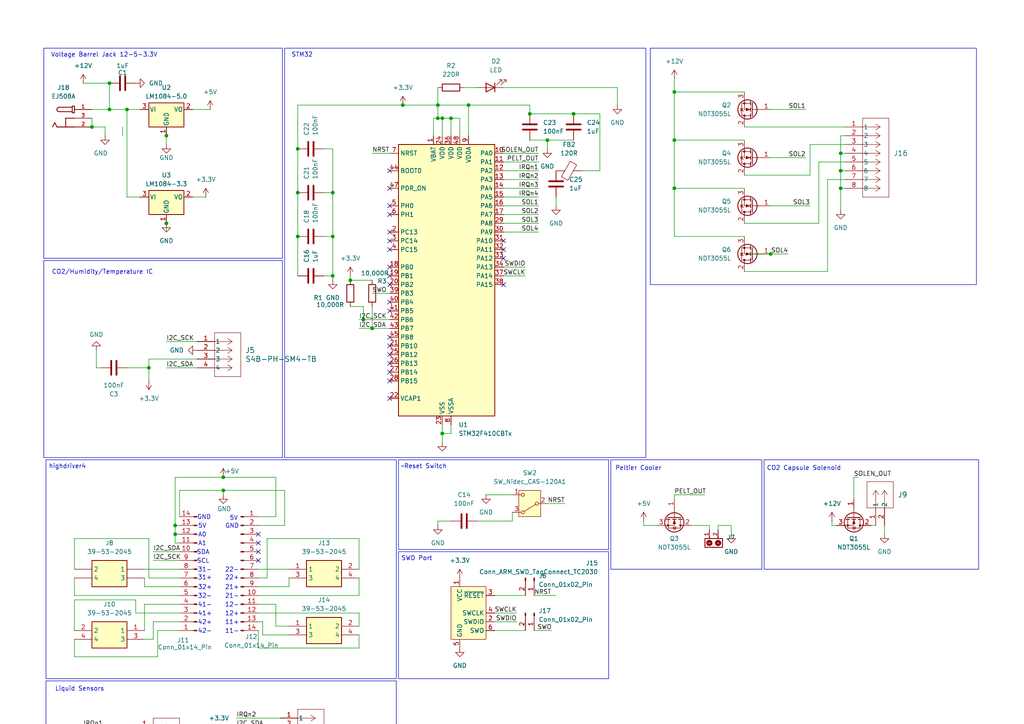
<source format=kicad_sch>
(kicad_sch (version 20231120) (generator "eeschema") (generator_version "8.0")
  (paper "A4")
  (junction (at 127 30.48))
  (junction (at 81.28 223.52))
  (junction (at 96.52 80.01))
  (junction (at 48.26 64.77))
  (junction (at 101.6 81.28))
  (junction (at 86.36 68.58))
  (junction (at 50.8 154.94))
  (junction (at 166.37 33.02))
  (junction (at 86.36 55.88))
  (junction (at 96.52 68.58))
  (junction (at 153.67 33.02))
  (junction (at 130.81 34.29))
  (junction (at 243.84 44.45))
  (junction (at 128.27 34.29))
  (junction (at 39.37 226.06))
  (junction (at 43.18 106.68))
  (junction (at 195.58 54.61))
  (junction (at 195.58 26.67))
  (junction (at 50.8 152.4))
  (junction (at 86.36 43.18))
  (junction (at 31.75 24.13))
  (junction (at 128.27 125.73))
  (junction (at 39.37 260.35))
  (junction (at 158.75 40.64))
  (junction (at 31.75 31.75))
  (junction (at 82.55 259.08))
  (junction (at 107.95 95.25))
  (junction (at 36.83 31.75))
  (junction (at 127 34.29))
  (junction (at 243.84 49.53))
  (junction (at 243.84 54.61))
  (junction (at 48.26 39.37))
  (junction (at 64.77 138.43))
  (junction (at 116.84 30.48))
  (junction (at 223.52 73.66))
  (junction (at 135.89 30.48))
  (junction (at 195.58 40.64))
  (junction (at 64.77 142.24))
  (junction (at 96.52 55.88))
  (junction (at 105.41 92.71))
  (junction (at 26.67 36.83))
  (no_connect (at 113.03 67.31))
  (no_connect (at 113.03 82.55))
  (no_connect (at 113.03 59.69))
  (no_connect (at 74.93 162.56))
  (no_connect (at 113.03 110.49))
  (no_connect (at 74.93 157.48))
  (no_connect (at 146.05 82.55))
  (no_connect (at 74.93 154.94))
  (no_connect (at 113.03 87.63))
  (no_connect (at 113.03 105.41))
  (no_connect (at 113.03 72.39))
  (no_connect (at 113.03 77.47))
  (no_connect (at 113.03 62.23))
  (no_connect (at 113.03 69.85))
  (no_connect (at 146.05 69.85))
  (no_connect (at 39.37 223.52))
  (no_connect (at 113.03 54.61))
  (no_connect (at 113.03 107.95))
  (no_connect (at 113.03 49.53))
  (no_connect (at 146.05 72.39))
  (no_connect (at 113.03 115.57))
  (no_connect (at 81.28 220.98))
  (no_connect (at 113.03 100.33))
  (no_connect (at 113.03 90.17))
  (no_connect (at 146.05 74.93))
  (no_connect (at 82.55 256.54))
  (no_connect (at 113.03 102.87))
  (no_connect (at 113.03 97.79))
  (no_connect (at 113.03 80.01))
  (no_connect (at 39.37 257.81))
  (no_connect (at 74.93 160.02))
  (wire (pts (xy 80.01 181.61) (xy 83.82 181.61)))
  (wire (pts (xy 127 34.29) (xy 128.27 34.29)))
  (wire (pts (xy 130.81 34.29) (xy 133.35 34.29)))
  (wire (pts (xy 153.67 33.02) (xy 166.37 33.02)))
  (wire (pts (xy 36.83 57.15) (xy 40.64 57.15)))
  (wire (pts (xy 217.17 73.66) (xy 223.52 73.66)))
  (wire (pts (xy 138.43 151.13) (xy 148.59 151.13)))
  (wire (pts (xy 127 152.4) (xy 127 151.13)))
  (wire (pts (xy 254 152.4) (xy 252.73 152.4)))
  (wire (pts (xy 140.97 143.51) (xy 148.59 143.51)))
  (wire (pts (xy 50.8 138.43) (xy 64.77 138.43)))
  (wire (pts (xy 243.84 54.61) (xy 243.84 49.53)))
  (wire (pts (xy 152.4 80.01) (xy 146.05 80.01)))
  (wire (pts (xy 26.67 247.65) (xy 39.37 247.65)))
  (wire (pts (xy 21.59 156.21) (xy 21.59 165.1)))
  (wire (pts (xy 35.56 39.37) (xy 35.56 36.83)))
  (wire (pts (xy 156.21 52.07) (xy 146.05 52.07)))
  (wire (pts (xy 146.05 49.53) (xy 156.21 49.53)))
  (wire (pts (xy 69.85 215.9) (xy 69.85 222.25)))
  (wire (pts (xy 156.21 62.23) (xy 146.05 62.23)))
  (wire (pts (xy 21.59 190.5) (xy 21.59 185.42)))
  (wire (pts (xy 128.27 128.27) (xy 128.27 125.73)))
  (wire (pts (xy 76.2 184.15) (xy 83.82 184.15)))
  (wire (pts (xy 26.67 36.83) (xy 30.48 36.83)))
  (wire (pts (xy 39.37 255.27) (xy 30.48 255.27)))
  (wire (pts (xy 44.45 180.34) (xy 44.45 185.42)))
  (wire (pts (xy 116.84 30.48) (xy 127 30.48)))
  (wire (pts (xy 243.84 49.53) (xy 243.84 44.45)))
  (wire (pts (xy 133.35 34.29) (xy 133.35 39.37)))
  (wire (pts (xy 43.18 106.68) (xy 43.18 104.14)))
  (wire (pts (xy 44.45 160.02) (xy 52.07 160.02)))
  (wire (pts (xy 96.52 81.28) (xy 96.52 80.01)))
  (wire (pts (xy 52.07 175.26) (xy 41.91 175.26)))
  (wire (pts (xy 179.07 25.4) (xy 146.05 25.4)))
  (wire (pts (xy 31.75 24.13) (xy 31.75 31.75)))
  (wire (pts (xy 166.37 33.02) (xy 173.99 33.02)))
  (wire (pts (xy 195.58 54.61) (xy 215.9 54.61)))
  (wire (pts (xy 21.59 173.99) (xy 21.59 182.88)))
  (wire (pts (xy 74.93 149.86) (xy 80.01 149.86)))
  (wire (pts (xy 107.95 85.09) (xy 113.03 85.09)))
  (wire (pts (xy 82.55 152.4) (xy 82.55 142.24)))
  (wire (pts (xy 50.8 138.43) (xy 50.8 152.4)))
  (wire (pts (xy 36.83 31.75) (xy 40.64 31.75)))
  (wire (pts (xy 161.29 59.69) (xy 161.29 57.15)))
  (wire (pts (xy 135.89 30.48) (xy 153.67 30.48)))
  (wire (pts (xy 27.94 220.98) (xy 39.37 220.98)))
  (wire (pts (xy 24.13 210.82) (xy 39.37 210.82)))
  (wire (pts (xy 43.18 106.68) (xy 36.83 106.68)))
  (wire (pts (xy 26.67 34.29) (xy 26.67 36.83)))
  (wire (pts (xy 45.72 182.88) (xy 45.72 190.5)))
  (wire (pts (xy 127 30.48) (xy 135.89 30.48)))
  (wire (pts (xy 195.58 40.64) (xy 215.9 40.64)))
  (wire (pts (xy 104.14 156.21) (xy 104.14 165.1)))
  (wire (pts (xy 69.85 215.9) (xy 81.28 215.9)))
  (wire (pts (xy 200.66 152.4) (xy 205.74 152.4)))
  (wire (pts (xy 80.01 175.26) (xy 80.01 181.61)))
  (wire (pts (xy 82.55 254) (xy 73.66 254)))
  (wire (pts (xy 149.86 180.34) (xy 143.51 180.34)))
  (wire (pts (xy 69.85 246.38) (xy 82.55 246.38)))
  (wire (pts (xy 96.52 43.18) (xy 93.98 43.18)))
  (wire (pts (xy 68.58 208.28) (xy 81.28 208.28)))
  (wire (pts (xy 86.36 55.88) (xy 86.36 43.18)))
  (wire (pts (xy 25.4 218.44) (xy 39.37 218.44)))
  (wire (pts (xy 71.12 251.46) (xy 82.55 251.46)))
  (wire (pts (xy 64.77 143.51) (xy 64.77 142.24)))
  (wire (pts (xy 55.88 31.75) (xy 60.96 31.75)))
  (wire (pts (xy 83.82 170.18) (xy 83.82 167.64)))
  (wire (pts (xy 241.3 151.13) (xy 241.3 152.4)))
  (wire (pts (xy 39.37 226.06) (xy 39.37 228.6)))
  (wire (pts (xy 25.4 218.44) (xy 25.4 224.79)))
  (wire (pts (xy 208.28 152.4) (xy 212.09 152.4)))
  (wire (pts (xy 247.65 138.43) (xy 247.65 144.78)))
  (wire (pts (xy 26.67 245.11) (xy 39.37 245.11)))
  (wire (pts (xy 128.27 125.73) (xy 130.81 125.73)))
  (wire (pts (xy 237.49 46.99) (xy 245.11 46.99)))
  (wire (pts (xy 68.58 210.82) (xy 81.28 210.82)))
  (wire (pts (xy 156.21 44.45) (xy 146.05 44.45)))
  (wire (pts (xy 39.37 173.99) (xy 21.59 173.99)))
  (wire (pts (xy 149.86 177.8) (xy 143.51 177.8)))
  (wire (pts (xy 43.18 156.21) (xy 21.59 156.21)))
  (wire (pts (xy 101.6 81.28) (xy 107.95 81.28)))
  (wire (pts (xy 50.8 152.4) (xy 50.8 154.94)))
  (wire (pts (xy 104.14 92.71) (xy 105.41 92.71)))
  (wire (pts (xy 81.28 218.44) (xy 72.39 218.44)))
  (wire (pts (xy 248.92 138.43) (xy 247.65 138.43)))
  (wire (pts (xy 205.74 152.4) (xy 205.74 153.67)))
  (wire (pts (xy 96.52 68.58) (xy 93.98 68.58)))
  (wire (pts (xy 24.13 24.13) (xy 31.75 24.13)))
  (wire (pts (xy 45.72 190.5) (xy 21.59 190.5)))
  (wire (pts (xy 74.93 187.96) (xy 74.93 182.88)))
  (wire (pts (xy 160.02 182.88) (xy 154.94 182.88)))
  (wire (pts (xy 233.68 45.72) (xy 223.52 45.72)))
  (wire (pts (xy 31.75 31.75) (xy 36.83 31.75)))
  (wire (pts (xy 128.27 123.19) (xy 128.27 125.73)))
  (wire (pts (xy 135.89 30.48) (xy 135.89 39.37)))
  (wire (pts (xy 158.75 43.18) (xy 158.75 40.64)))
  (wire (pts (xy 234.95 41.91) (xy 245.11 41.91)))
  (wire (pts (xy 86.36 80.01) (xy 86.36 68.58)))
  (wire (pts (xy 74.93 170.18) (xy 83.82 170.18)))
  (wire (pts (xy 44.45 185.42) (xy 41.91 185.42)))
  (wire (pts (xy 27.94 101.6) (xy 27.94 106.68)))
  (wire (pts (xy 64.77 138.43) (xy 80.01 138.43)))
  (wire (pts (xy 195.58 143.51) (xy 195.58 144.78)))
  (wire (pts (xy 52.07 165.1) (xy 41.91 165.1)))
  (wire (pts (xy 27.94 252.73) (xy 27.94 259.08)))
  (wire (pts (xy 212.09 154.94) (xy 212.09 152.4)))
  (wire (pts (xy 39.37 177.8) (xy 39.37 173.99)))
  (wire (pts (xy 243.84 60.96) (xy 243.84 54.61)))
  (wire (pts (xy 195.58 26.67) (xy 195.58 40.64)))
  (wire (pts (xy 52.07 142.24) (xy 64.77 142.24)))
  (wire (pts (xy 143.51 182.88) (xy 152.4 182.88)))
  (wire (pts (xy 223.52 73.66) (xy 228.6 73.66)))
  (wire (pts (xy 204.47 143.51) (xy 195.58 143.51)))
  (wire (pts (xy 64.77 248.92) (xy 82.55 248.92)))
  (wire (pts (xy 234.95 50.8) (xy 234.95 41.91)))
  (wire (pts (xy 74.93 175.26) (xy 80.01 175.26)))
  (wire (pts (xy 52.07 154.94) (xy 50.8 154.94)))
  (wire (pts (xy 104.14 177.8) (xy 104.14 181.61)))
  (wire (pts (xy 130.81 34.29) (xy 130.81 39.37)))
  (wire (pts (xy 71.12 251.46) (xy 71.12 257.81)))
  (wire (pts (xy 27.94 106.68) (xy 29.21 106.68)))
  (wire (pts (xy 143.51 172.72) (xy 152.4 172.72)))
  (wire (pts (xy 104.14 167.64) (xy 104.14 172.72)))
  (wire (pts (xy 86.36 30.48) (xy 116.84 30.48)))
  (wire (pts (xy 77.47 167.64) (xy 77.47 156.21)))
  (wire (pts (xy 243.84 44.45) (xy 243.84 39.37)))
  (wire (pts (xy 128.27 34.29) (xy 130.81 34.29)))
  (wire (pts (xy 96.52 55.88) (xy 96.52 43.18)))
  (wire (pts (xy 74.93 167.64) (xy 77.47 167.64)))
  (wire (pts (xy 163.83 146.05) (xy 158.75 146.05)))
  (wire (pts (xy 105.41 92.71) (xy 113.03 92.71)))
  (wire (pts (xy 50.8 154.94) (xy 50.8 157.48)))
  (wire (pts (xy 41.91 170.18) (xy 41.91 167.64)))
  (wire (pts (xy 240.03 52.07) (xy 245.11 52.07)))
  (wire (pts (xy 105.41 88.9) (xy 105.41 92.71)))
  (wire (pts (xy 156.21 67.31) (xy 146.05 67.31)))
  (wire (pts (xy 74.93 152.4) (xy 82.55 152.4)))
  (wire (pts (xy 96.52 55.88) (xy 93.98 55.88)))
  (wire (pts (xy 48.26 39.37) (xy 48.26 41.91)))
  (wire (pts (xy 76.2 180.34) (xy 74.93 180.34)))
  (wire (pts (xy 153.67 30.48) (xy 153.67 33.02)))
  (wire (pts (xy 104.14 95.25) (xy 107.95 95.25)))
  (wire (pts (xy 208.28 153.67) (xy 208.28 152.4)))
  (wire (pts (xy 240.03 78.74) (xy 240.03 52.07)))
  (wire (pts (xy 64.77 142.24) (xy 82.55 142.24)))
  (wire (pts (xy 237.49 64.77) (xy 237.49 46.99)))
  (wire (pts (xy 76.2 184.15) (xy 76.2 180.34)))
  (wire (pts (xy 156.21 46.99) (xy 146.05 46.99)))
  (wire (pts (xy 52.07 149.86) (xy 52.07 142.24)))
  (wire (pts (xy 77.47 156.21) (xy 104.14 156.21)))
  (wire (pts (xy 74.93 172.72) (xy 104.14 172.72)))
  (wire (pts (xy 156.21 64.77) (xy 146.05 64.77)))
  (wire (pts (xy 186.69 151.13) (xy 186.69 152.4)))
  (wire (pts (xy 36.83 226.06) (xy 39.37 226.06)))
  (wire (pts (xy 130.81 123.19) (xy 130.81 125.73)))
  (wire (pts (xy 195.58 22.86) (xy 195.58 26.67)))
  (wire (pts (xy 223.52 59.69) (xy 234.95 59.69)))
  (wire (pts (xy 52.07 180.34) (xy 44.45 180.34)))
  (wire (pts (xy 80.01 138.43) (xy 80.01 149.86)))
  (wire (pts (xy 128.27 34.29) (xy 128.27 39.37)))
  (wire (pts (xy 104.14 184.15) (xy 104.14 187.96)))
  (wire (pts (xy 24.13 213.36) (xy 39.37 213.36)))
  (wire (pts (xy 52.07 167.64) (xy 43.18 167.64)))
  (wire (pts (xy 43.18 167.64) (xy 43.18 156.21)))
  (wire (pts (xy 27.94 252.73) (xy 39.37 252.73)))
  (wire (pts (xy 26.67 31.75) (xy 31.75 31.75)))
  (wire (pts (xy 82.55 259.08) (xy 82.55 261.62)))
  (wire (pts (xy 134.62 25.4) (xy 138.43 25.4)))
  (wire (pts (xy 86.36 68.58) (xy 86.36 55.88)))
  (wire (pts (xy 156.21 57.15) (xy 146.05 57.15)))
  (wire (pts (xy 173.99 33.02) (xy 173.99 49.53)))
  (wire (pts (xy 52.07 177.8) (xy 39.37 177.8)))
  (wire (pts (xy 55.88 57.15) (xy 59.69 57.15)))
  (wire (pts (xy 125.73 34.29) (xy 127 34.29)))
  (wire (pts (xy 173.99 49.53) (xy 168.91 49.53)))
  (wire (pts (xy 215.9 64.77) (xy 237.49 64.77)))
  (wire (pts (xy 36.83 31.75) (xy 36.83 57.15)))
  (wire (pts (xy 127 30.48) (xy 127 34.29)))
  (wire (pts (xy 52.07 152.4) (xy 50.8 152.4)))
  (wire (pts (xy 127 25.4) (xy 127 30.48)))
  (wire (pts (xy 179.07 30.48) (xy 179.07 25.4)))
  (wire (pts (xy 81.28 223.52) (xy 81.28 226.06)))
  (wire (pts (xy 101.6 80.01) (xy 101.6 81.28)))
  (wire (pts (xy 48.26 99.06) (xy 57.15 99.06)))
  (wire (pts (xy 152.4 77.47) (xy 146.05 77.47)))
  (wire (pts (xy 241.3 152.4) (xy 242.57 152.4)))
  (wire (pts (xy 127 151.13) (xy 130.81 151.13)))
  (wire (pts (xy 101.6 88.9) (xy 105.41 88.9)))
  (wire (pts (xy 195.58 54.61) (xy 195.58 68.58)))
  (wire (pts (xy 156.21 59.69) (xy 146.05 59.69)))
  (wire (pts (xy 96.52 80.01) (xy 96.52 68.58)))
  (wire (pts (xy 74.93 177.8) (xy 104.14 177.8)))
  (wire (pts (xy 43.18 110.49) (xy 43.18 106.68)))
  (wire (pts (xy 153.67 40.64) (xy 158.75 40.64)))
  (wire (pts (xy 243.84 54.61) (xy 245.11 54.61)))
  (wire (pts (xy 93.98 80.01) (xy 96.52 80.01)))
  (wire (pts (xy 57.15 104.14) (xy 43.18 104.14)))
  (wire (pts (xy 74.93 165.1) (xy 83.82 165.1)))
  (wire (pts (xy 243.84 39.37) (xy 245.11 39.37)))
  (wire (pts (xy 156.21 54.61) (xy 146.05 54.61)))
  (wire (pts (xy 107.95 44.45) (xy 113.03 44.45)))
  (wire (pts (xy 243.84 49.53) (xy 245.11 49.53)))
  (wire (pts (xy 30.48 36.83) (xy 30.48 39.37)))
  (wire (pts (xy 41.91 175.26) (xy 41.91 182.88)))
  (wire (pts (xy 39.37 260.35) (xy 39.37 262.89)))
  (wire (pts (xy 48.26 106.68) (xy 57.15 106.68)))
  (wire (pts (xy 243.84 44.45) (xy 245.11 44.45)))
  (wire (pts (xy 195.58 68.58) (xy 215.9 68.58)))
  (wire (pts (xy 215.9 50.8) (xy 234.95 50.8)))
  (wire (pts (xy 96.52 68.58) (xy 96.52 55.88)))
  (wire (pts (xy 21.59 250.19) (xy 39.37 250.19)))
  (wire (pts (xy 125.73 34.29) (xy 125.73 39.37)))
  (wire (pts (xy 48.26 67.31) (xy 48.26 64.77)))
  (wire (pts (xy 154.94 172.72) (xy 161.29 172.72)))
  (wire (pts (xy 52.07 157.48) (xy 50.8 157.48)))
  (wire (pts (xy 256.54 152.4) (xy 256.54 154.94)))
  (wire (pts (xy 52.07 182.88) (xy 45.72 182.88)))
  (wire (pts (xy 48.26 38.1) (xy 48.26 39.37)))
  (wire (pts (xy 215.9 36.83) (xy 245.11 36.83)))
  (wire (pts (xy 233.68 31.75) (xy 223.52 31.75)))
  (wire (pts (xy 74.93 187.96) (xy 104.14 187.96)))
  (wire (pts (xy 186.69 152.4) (xy 190.5 152.4)))
  (wire (pts (xy 107.95 95.25) (xy 113.03 95.25)))
  (wire (pts (xy 195.58 40.64) (xy 195.58 54.61)))
  (wire (pts (xy 195.58 26.67) (xy 215.9 26.67)))
  (wire (pts (xy 69.85 243.84) (xy 82.55 243.84)))
  (wire (pts (xy 19.05 215.9) (xy 39.37 215.9)))
  (wire (pts (xy 148.59 151.13) (xy 148.59 148.59)))
  (wire (pts (xy 215.9 78.74) (xy 240.03 78.74)))
  (wire (pts (xy 63.5 213.36) (xy 81.28 213.36)))
  (wire (pts (xy 52.07 170.18) (xy 41.91 170.18)))
  (wire (pts (xy 86.36 43.18) (xy 86.36 30.48)))
  (wire (pts (xy 21.59 172.72) (xy 21.59 167.64)))
  (wire (pts (xy 44.45 162.56) (xy 52.07 162.56)))
  (wire (pts (xy 107.95 88.9) (xy 107.95 95.25)))
  (wire (pts (xy 52.07 172.72) (xy 21.59 172.72)))
  (wire (pts (xy 158.75 40.64) (xy 166.37 40.64)))
  (rectangle (start 115.57 133.35) (end 176.53 159.385))
  (rectangle (start 177.165 133.35) (end 220.98 165.1))
  (rectangle (start 12.7 75.565) (end 81.915 132.715))
  (rectangle (start 221.615 133.35) (end 283.845 165.1))
  (rectangle (start 82.55 13.97) (end 187.325 132.715))
  (rectangle (start 188.595 13.97) (end 283.21 82.55))
  (rectangle (start 12.7 13.97) (end 81.915 74.93))
  (rectangle (start 13.335 133.35) (end 114.935 196.85))
  (rectangle (start 13.335 197.485) (end 114.935 268.605))
  (rectangle (start 115.57 160.02) (end 176.53 196.85))
  (text "Voltage Barrel Jack 12-5-3.3V" (at 30.226 16.002 0) (effects (font (size 1.27 1.27))))
  (text "21+" (at 67.31 170.434 0) (effects (font (size 1.27 1.27))))
  (text "CO2/Humidity/Temperature IC" (at 29.718 78.994 0) (effects (font (size 1.27 1.27))))
  (text "41+" (at 59.436 178.054 0) (effects (font (size 1.27 1.27))))
  (text "Peltier Cooler" (at 185.166 135.89 0) (effects (font (size 1.27 1.27))))
  (text "31-" (at 59.436 165.354 0) (effects (font (size 1.27 1.27))))
  (text "SDA" (at 58.928 160.274 0) (effects (font (size 1.27 1.27))))
  (text "STM32" (at 87.63 16.002 0) (effects (font (size 1.27 1.27))))
  (text "SWD Port" (at 120.904 162.052 0) (effects (font (size 1.27 1.27))))
  (text "5V\n" (at 67.818 150.368 0) (effects (font (size 1.27 1.27))))
  (text "41-" (at 59.436 175.514 0) (effects (font (size 1.27 1.27))))
  (text "GND\n" (at 67.31 152.654 0) (effects (font (size 1.27 1.27))))
  (text "32-" (at 59.436 172.974 0) (effects (font (size 1.27 1.27))))
  (text "SCL" (at 58.928 162.814 0) (effects (font (size 1.27 1.27))))
  (text "42-" (at 59.436 183.134 0) (effects (font (size 1.27 1.27))))
  (text "Liquid Sensors" (at 23.114 199.898 0) (effects (font (size 1.27 1.27))))
  (text "11-" (at 67.31 183.134 0) (effects (font (size 1.27 1.27))))
  (text "22+" (at 67.31 167.64 0) (effects (font (size 1.27 1.27))))
  (text "highdriver4" (at 19.558 135.382 0) (effects (font (size 1.27 1.27))))
  (text "12-" (at 67.31 175.514 0) (effects (font (size 1.27 1.27))))
  (text "21-" (at 67.31 172.974 0) (effects (font (size 1.27 1.27))))
  (text "~Reset Switch" (at 122.936 135.382 0) (effects (font (size 1.27 1.27))))
  (text "5V\n" (at 58.674 152.654 0) (effects (font (size 1.27 1.27))))
  (text "32+" (at 59.436 170.434 0) (effects (font (size 1.27 1.27))))
  (text "22-" (at 67.31 165.354 0) (effects (font (size 1.27 1.27))))
  (text "A0" (at 58.674 155.194 0) (effects (font (size 1.27 1.27))))
  (text "CO2 Capsule Solenoid" (at 233.172 135.89 0) (effects (font (size 1.27 1.27))))
  (text "A1" (at 58.674 157.734 0) (effects (font (size 1.27 1.27))))
  (text "11+" (at 67.31 180.594 0) (effects (font (size 1.27 1.27))))
  (text "42+" (at 59.436 180.594 0) (effects (font (size 1.27 1.27))))
  (text "GND\n" (at 59.182 150.114 0) (effects (font (size 1.27 1.27))))
  (text "31+" (at 59.436 167.64 0) (effects (font (size 1.27 1.27))))
  (text "12+" (at 67.31 178.054 0) (effects (font (size 1.27 1.27))))
  (label "IRQn3" (at 156.21 54.61 180))
  (label "I2C_SCK" (at 30.48 255.27 0))
  (label "I2C_SDA" (at 26.67 247.65 0))
  (label "IRQn1" (at 24.13 210.82 0))
  (label "I2C_SCK" (at 44.45 162.56 0))
  (label "I2C_SCK" (at 27.94 220.98 0))
  (label "SOL4" (at 156.21 67.31 180))
  (label "SOL3" (at 156.21 64.77 180))
  (label "IRQn4" (at 156.21 57.15 180))
  (label "I2C_SDA" (at 48.26 106.68 0))
  (label "I2C_SDA" (at 24.13 213.36 0))
  (label "I2C_SDA" (at 69.85 246.38 0))
  (label "SWCLK" (at 152.4 80.01 180))
  (label "PELT_OUT" (at 195.58 143.51 0))
  (label "SOL1" (at 156.21 59.69 180))
  (label "I2C_SCK" (at 104.14 92.71 0))
  (label "NRST" (at 163.83 146.05 180))
  (label "SWDIO" (at 149.86 180.34 180))
  (label "SWO" (at 107.95 85.09 0))
  (label "SOLEN_OUT" (at 247.65 138.43 0))
  (label "SOL4" (at 228.6 73.66 180))
  (label "NRST" (at 107.95 44.45 0))
  (label "IRQn2" (at 156.21 52.07 180))
  (label "SWDIO" (at 152.4 77.47 180))
  (label "I2C_SDA" (at 68.58 210.82 0))
  (label "NRST" (at 154.94 172.72 0))
  (label "SOL2" (at 233.68 45.72 180))
  (label "I2C_SCK" (at 72.39 218.44 0))
  (label "IRQn2" (at 68.58 208.28 0))
  (label "SOL1" (at 233.68 31.75 180))
  (label "SWO" (at 160.02 182.88 180))
  (label "I2C_SCK" (at 73.66 254 0))
  (label "I2C_SCK" (at 48.26 99.06 0))
  (label "SOL2" (at 156.21 62.23 180))
  (label "SOLEN_OUT" (at 156.21 44.45 180))
  (label "PELT_OUT" (at 156.21 46.99 180))
  (label "SOL3" (at 234.95 59.69 180))
  (label "IRQn1" (at 156.21 49.53 180))
  (label "I2C_SDA" (at 104.14 95.25 0))
  (label "SWCLK" (at 149.86 177.8 180))
  (label "IRQn4" (at 69.85 243.84 0))
  (label "IRQn3" (at 26.67 245.11 0))
  (label "I2C_SDA" (at 44.45 160.02 0))
  (symbol (lib_id "1x08_connector_pinch_solenoid:IPL1-104-01-L-D-K") (at 245.11 36.83 0) (unit 1)
    (property "Reference" "J16" (at 259.08 44.4499 0) (effects (font (size 1.524 1.524)) (justify left)))
    (property "Value" "IPL1-104-01-L-D-K" (effects (hide yes)))
    (property "Footprint" "pinch_solenoid:CONN_IPL1-104-01-x-D-x_SAI" (effects (hide yes)))
    (property "Datasheet" "IPL1-104-01-L-D-K" (effects (hide yes)))
  )
  (symbol (lib_id "power:GND") (at 133.35 187.96 0) (unit 1)
    (property "Reference" "#PWR019" (effects (hide yes)))
    (property "Value" "GND" (at 133.35 193.04 0))
    (property "Description" "Power symbol creates a global label with name \"GND\" , ground" (effects (hide yes)))
  )
  (symbol (lib_id "Device:C") (at 90.17 80.01 90) (unit 1)
    (property "Reference" "C16" (at 88.8999 76.2 0) (effects (justify left)))
    (property "Value" "1uF" (at 91.4399 76.2 0) (effects (justify left)))
    (property "Footprint" "Capacitor_SMD:C_0402_1005Metric" (effects (hide yes)))
    (property "Description" "Unpolarized capacitor" (effects (hide yes)))
  )
  (symbol (lib_id "power:+3.3V") (at 21.59 250.19 0) (unit 1)
    (property "Reference" "#PWR01" (effects (hide yes)))
    (property "Value" "+3.3V" (at 21.59 245.11 0))
    (property "Description" "Power symbol creates a global label with name \"+3.3V\"" (effects (hide yes)))
  )
  (symbol (lib_id "power:GND") (at 81.28 223.52 270) (unit 1)
    (property "Reference" "#PWR047" (effects (hide yes)))
    (property "Value" "GND" (at 77.47 223.5199 90) (effects (justify right)))
    (property "Description" "Power symbol creates a global label with name \"GND\" , ground" (effects (hide yes)))
  )
  (symbol (lib_id "co2_sensor_molex_footprint:532610671") (at 39.37 245.11 0) (unit 1)
    (property "Reference" "J1" (at 53.34 252.7299 0) (effects (font (size 1.524 1.524)) (justify left)))
    (property "Value" "532610671" (at 53.594 255.524 0) (effects (font (size 1.524 1.524)) (justify left)))
    (property "Footprint" "co2_sensor_footprint:CON_532610671" (effects (hide yes)))
    (property "Datasheet" "532610671" (effects (hide yes)))
  )
  (symbol (lib_id "power:GND") (at 71.12 257.81 0) (unit 1)
    (property "Reference" "#PWR04" (effects (hide yes)))
    (property "Value" "GND" (at 71.12 262.89 0))
    (property "Description" "Power symbol creates a global label with name \"GND\" , ground" (effects (hide yes)))
  )
  (symbol (lib_id "Device:C") (at 166.37 36.83 0) (unit 1)
    (property "Reference" "C24" (at 170.18 35.5599 0) (effects (justify left)))
    (property "Value" "1uF" (at 170.18 38.0999 0) (effects (justify left)))
    (property "Footprint" "Capacitor_SMD:C_0402_1005Metric" (effects (hide yes)))
    (property "Description" "Unpolarized capacitor" (effects (hide yes)))
  )
  (symbol (lib_id "power:GND") (at 158.75 43.18 0) (unit 1)
    (property "Reference" "#PWR042" (effects (hide yes)))
    (property "Value" "GND" (at 158.75 48.26 0))
    (property "Description" "Power symbol creates a global label with name \"GND\" , ground" (effects (hide yes)))
  )
  (symbol (lib_id "1x02_connector_solenoid:IPL1-102-01-L-S-K") (at 254 152.4 90) (unit 1)
    (property "Reference" "J9" (at 260.35 143.5099 90) (effects (font (size 1.524 1.524)) (justify right)))
    (property "Value" "IPL1-102-01-L-S-K" (effects (hide yes)))
    (property "Footprint" "solenoid_footprint:CONN_IPL1-102-01-L-S-K_SAI" (effects (hide yes)))
    (property "Datasheet" "IPL1-102-01-L-S-K" (effects (hide yes)))
  )
  (symbol (lib_id "Connector:Conn_01x02_Pin") (at 154.94 177.8 270) (unit 1)
    (property "Reference" "J17" (at 156.21 177.1649 90) (effects (justify left)))
    (property "Value" "Conn_01x02_Pin" (at 156.21 179.7049 90) (effects (justify left)))
    (property "Footprint" "Connector_PinHeader_2.00mm:PinHeader_1x02_P2.00mm_Vertical" (effects (hide yes)))
    (property "Description" "Generic connector, single row, 01x02, script generated" (effects (hide yes)))
  )
  (symbol (lib_id "power:+12V") (at 24.13 24.13 0) (unit 1)
    (property "Reference" "#PWR028" (effects (hide yes)))
    (property "Value" "+12V" (at 24.13 19.05 0))
    (property "Description" "Power symbol creates a global label with name \"+12V\"" (effects (hide yes)))
  )
  (symbol (lib_id "power:+5V") (at 186.69 151.13 0) (unit 1)
    (property "Reference" "#PWR012" (effects (hide yes)))
    (property "Value" "+5V" (at 186.69 146.05 0))
    (property "Description" "Power symbol creates a global label with name \"+5V\"" (effects (hide yes)))
  )
  (symbol (lib_id "power:GND") (at 57.15 101.6 270) (unit 1)
    (property "Reference" "#PWR010" (effects (hide yes)))
    (property "Value" "GND" (at 53.34 101.5999 90) (effects (justify right)))
    (property "Description" "Power symbol creates a global label with name \"GND\" , ground" (effects (hide yes)))
  )
  (symbol (lib_id "power:GND") (at 179.07 30.48 0) (unit 1)
    (property "Reference" "#PWR041" (effects (hide yes)))
    (property "Value" "GND" (at 179.07 35.56 0))
    (property "Description" "Power symbol creates a global label with name \"GND\" , ground" (effects (hide yes)))
  )
  (symbol (lib_id "Transistor_FET:NDT3055L") (at 218.44 73.66 180) (unit 1)
    (property "Reference" "Q6" (at 212.09 72.3899 0) (effects (justify left)))
    (property "Value" "NDT3055L" (at 212.09 74.9299 0) (effects (justify left)))
    (property "Footprint" "Package_TO_SOT_SMD:SOT-223-3_TabPin2" (effects (hide yes)))
    (property "Datasheet" "https://www.onsemi.com/pdf/datasheet/ndt3055l-d.pdf" (effects (hide yes)))
    (property "Description" "4A Id, 60V Vds, N-Channel Logic Level Enhancement Mode MOSFET, SOT-223" (effects (hide yes)))
  )
  (symbol (lib_id "Device:C") (at 33.02 106.68 270) (unit 1)
    (property "Reference" "C3" (at 33.02 114.3 90))
    (property "Value" "100nF" (at 33.02 111.76 90))
    (property "Footprint" "Capacitor_SMD:C_0402_1005Metric" (effects (hide yes)))
    (property "Description" "Unpolarized capacitor" (effects (hide yes)))
  )
  (symbol (lib_id "barrel_jack_EJ508A:EJ508A") (at 21.59 34.29 0) (unit 1)
    (property "Reference" "J18" (at 18.415 25.4 0))
    (property "Value" "EJ508A" (at 18.415 27.94 0))
    (property "Footprint" "barrel_jack_EJ508A:MPD_EJ508A" (effects (hide yes)))
    (property "PARTREV" "J" (effects (hide yes)))
    (property "STANDARD" "Manufacturer Recommendations" (effects (hide yes)))
    (property "MAXIMUM_PACKAGE_HEIGHT" "10.85 mm" (effects (hide yes)))
    (property "MANUFACTURER" "MPD" (effects (hide yes)))
  )
  (symbol (lib_id "power:+3.3V") (at 59.69 57.15 0) (unit 1)
    (property "Reference" "#PWR023" (effects (hide yes)))
    (property "Value" "+3.3V" (at 59.69 52.07 0))
    (property "Description" "Power symbol creates a global label with name \"+3.3V\"" (effects (hide yes)))
  )
  (symbol (lib_id "co2_sensor_molex_footprint:532610671") (at 82.55 243.84 0) (unit 1)
    (property "Reference" "J2" (at 96.52 251.4599 0) (effects (font (size 1.524 1.524)) (justify left)))
    (property "Value" "532610671" (at 96.774 254.254 0) (effects (font (size 1.524 1.524)) (justify left)))
    (property "Footprint" "co2_sensor_footprint:CON_532610671" (effects (hide yes)))
    (property "Datasheet" "532610671" (effects (hide yes)))
  )
  (symbol (lib_id "MCU_ST_STM32F4:STM32F410CBTx") (at 128.27 82.55 0) (unit 1)
    (property "Reference" "U1" (at 133.0041 123.19 0) (effects (justify left)))
    (property "Value" "STM32F410CBTx" (at 133.0041 125.73 0) (effects (justify left)))
    (property "Footprint" "Package_QFP:LQFP-48_7x7mm_P0.5mm" (effects (hide yes)))
    (property "Datasheet" "https://www.st.com/resource/en/datasheet/stm32f410cb.pdf" (effects (hide yes)))
    (property "Description" "STMicroelectronics Arm Cortex-M4 MCU, 128KB flash, 32KB RAM, 100 MHz, 1.7-3.6V, 35 GPIO, LQFP48" (effects (hide yes)))
  )
  (symbol (lib_id "Device:FerriteBead") (at 165.1 49.53 90) (unit 1)
    (property "Reference" "FB2" (at 165.0492 41.91 90))
    (property "Value" "120R" (at 165.0492 44.45 90))
    (property "Footprint" "Inductor_SMD:L_0603_1608Metric" (effects (hide yes)))
    (property "Description" "Ferrite bead" (effects (hide yes)))
  )
  (symbol (lib_id "Device:C") (at 90.17 43.18 90) (unit 1)
    (property "Reference" "C22" (at 88.8999 39.37 0) (effects (justify left)))
    (property "Value" "100nF" (at 91.4399 39.37 0) (effects (justify left)))
    (property "Footprint" "Capacitor_SMD:C_0402_1005Metric" (effects (hide yes)))
    (property "Description" "Unpolarized capacitor" (effects (hide yes)))
  )
  (symbol (lib_id "power:GND") (at 82.55 259.08 270) (unit 1)
    (property "Reference" "#PWR045" (effects (hide yes)))
    (property "Value" "GND" (at 78.74 259.0799 90) (effects (justify right)))
    (property "Description" "Power symbol creates a global label with name \"GND\" , ground" (effects (hide yes)))
  )
  (symbol (lib_id "power:GND") (at 69.85 222.25 0) (unit 1)
    (property "Reference" "#PWR08" (effects (hide yes)))
    (property "Value" "GND" (at 69.85 227.33 0))
    (property "Description" "Power symbol creates a global label with name \"GND\" , ground" (effects (hide yes)))
  )
  (symbol (lib_id "Connector:Conn_ARM_SWD_TagConnect_TC2030") (at 135.89 177.8 0) (unit 1) (in_bom no)
    (property "Reference" "J15" (at 173.482 163.322 0) (effects (justify right)))
    (property "Value" "Conn_ARM_SWD_TagConnect_TC2030" (at 173.482 165.862 0) (effects (justify right)))
    (property "Footprint" "Connector:Tag-Connect_TC2030-IDC-FP_2x03_P1.27mm_Vertical" (effects (hide yes)))
    (property "Datasheet" "https://www.tag-connect.com/wp-content/uploads/bsk-pdf-manager/TC2030-CTX_1.pdf" (effects (hide yes)))
    (property "Description" "Tag-Connect ARM Cortex SWD JTAG connector, 6 pin" (effects (hide yes)))
  )
  (symbol (lib_id "Device:C") (at 35.56 24.13 90) (unit 1)
    (property "Reference" "C1" (at 35.56 21.082 90))
    (property "Value" "1uF" (at 35.56 19.05 90))
    (property "Footprint" "Capacitor_SMD:C_0402_1005Metric" (effects (hide yes)))
    (property "Description" "Unpolarized capacitor" (effects (hide yes)))
  )
  (symbol (lib_id "Connector:Conn_01x02_Pin") (at 154.94 167.64 270) (unit 1)
    (property "Reference" "J6" (at 156.21 167.0049 90) (effects (justify left)))
    (property "Value" "Conn_01x02_Pin" (at 156.21 169.5449 90) (effects (justify left)))
    (property "Footprint" "Connector_PinHeader_2.00mm:PinHeader_1x02_P2.00mm_Vertical" (effects (hide yes)))
    (property "Description" "Generic connector, single row, 01x02, script generated" (effects (hide yes)))
  )
  (symbol (lib_id "Device:C") (at 134.62 151.13 90) (unit 1)
    (property "Reference" "C14" (at 134.62 143.51 90))
    (property "Value" "100nF" (at 134.62 146.05 90))
    (property "Footprint" "Capacitor_SMD:C_0402_1005Metric" (effects (hide yes)))
    (property "Description" "Unpolarized capacitor" (effects (hide yes)))
  )
  (symbol (lib_id "power:GND") (at 25.4 224.79 0) (unit 1)
    (property "Reference" "#PWR06" (effects (hide yes)))
    (property "Value" "GND" (at 25.4 229.87 0))
    (property "Description" "Power symbol creates a global label with name \"GND\" , ground" (effects (hide yes)))
  )
  (symbol (lib_id "microfluid_connector:39-53-2045") (at 104.14 165.1 0) (mirror y) (unit 1)
    (property "Reference" "J13" (at 93.98 157.48 0))
    (property "Value" "39-53-2045" (at 93.98 160.02 0))
    (property "Footprint" "microfluidics:39532045" (effects (hide yes)))
    (property "Datasheet" "https://www.molex.com/content/dam/molex/molex-dot-com/products/automated/en-us/salesdrawingpdf/559/5597/039532045_sd.pdf?inline" (effects (hide yes)))
    (property "Description" "Molex FFC/FPC THROUGH HOLE Series 1.25mm Pitch 4 Way 1 Row Straight Through Hole Female FPC Connector" (effects (hide yes)))
    (property "Height" "10" (effects (hide yes)))
    (property "Mouser Part Number" "538-39532045" (effects (hide yes)))
    (property "Mouser Price/Stock" "https://www.mouser.co.uk/ProductDetail/Molex/39-53-2045?qs=SuPW8U%252B1b0w09bXfTbBfbA%3D%3D" (effects (hide yes)))
    (property "Manufacturer_Name" "Molex" (effects (hide yes)))
    (property "Manufacturer_Part_Number" "39-53-2045" (effects (hide yes)))
  )
  (symbol (lib_id "power:GND") (at 39.37 24.13 90) (unit 1)
    (property "Reference" "#PWR09" (effects (hide yes)))
    (property "Value" "GND" (at 43.18 24.1299 90) (effects (justify right)))
    (property "Description" "Power symbol creates a global label with name \"GND\" , ground" (effects (hide yes)))
  )
  (symbol (lib_id "power:GND") (at 64.77 143.51 0) (unit 1)
    (property "Reference" "#PWR017" (effects (hide yes)))
    (property "Value" "GND" (at 65.024 147.574 0))
    (property "Description" "Power symbol creates a global label with name \"GND\" , ground" (effects (hide yes)))
  )
  (symbol (lib_id "power:+3.3V") (at 19.05 215.9 0) (unit 1)
    (property "Reference" "#PWR05" (effects (hide yes)))
    (property "Value" "+3.3V" (at 19.05 210.82 0))
    (property "Description" "Power symbol creates a global label with name \"+3.3V\"" (effects (hide yes)))
  )
  (symbol (lib_id "power:+12V") (at 241.3 151.13 0) (unit 1)
    (property "Reference" "#PWR031" (effects (hide yes)))
    (property "Value" "+12V" (at 241.3 146.05 0))
    (property "Description" "Power symbol creates a global label with name \"+12V\"" (effects (hide yes)))
  )
  (symbol (lib_id "power:GND") (at 48.26 41.91 0) (unit 1)
    (property "Reference" "#PWR030" (effects (hide yes)))
    (property "Value" "GND" (at 48.26 45.72 0))
    (property "Description" "Power symbol creates a global label with name \"GND\" , ground" (effects (hide yes)))
  )
  (symbol (lib_id "power:GND") (at 212.09 154.94 0) (unit 1)
    (property "Reference" "#PWR038" (effects (hide yes)))
    (property "Value" "GND" (at 212.09 160.02 0))
    (property "Description" "Power symbol creates a global label with name \"GND\" , ground" (effects (hide yes)))
  )
  (symbol (lib_id "co2_sensor_molex_footprint:532610671") (at 81.28 208.28 0) (unit 1)
    (property "Reference" "J3" (at 95.25 215.8999 0) (effects (font (size 1.524 1.524)) (justify left)))
    (property "Value" "532610671" (at 95.25 218.4399 0) (effects (font (size 1.524 1.524)) (justify left)))
    (property "Footprint" "co2_sensor_footprint:CON_532610671" (effects (hide yes)))
    (property "Datasheet" "532610671" (effects (hide yes)))
  )
  (symbol (lib_id "power:GND") (at 96.52 81.28 0) (unit 1)
    (property "Reference" "#PWR035" (effects (hide yes)))
    (property "Value" "GND" (at 96.52 86.36 0))
    (property "Description" "Power symbol creates a global label with name \"GND\" , ground" (effects (hide yes)))
  )
  (symbol (lib_id "power:GND") (at 30.48 39.37 0) (unit 1)
    (property "Reference" "#PWR025" (effects (hide yes)))
    (property "Value" "GND" (at 29.21 44.45 0))
    (property "Description" "Power symbol creates a global label with name \"GND\" , ground" (effects (hide yes)))
  )
  (symbol (lib_id "Transistor_FET:NDT3055L") (at 195.58 149.86 270) (unit 1)
    (property "Reference" "Q3" (at 195.58 156.21 90))
    (property "Value" "NDT3055L" (at 195.58 158.75 90))
    (property "Footprint" "Package_TO_SOT_SMD:SOT-223-3_TabPin2" (effects (hide yes)))
    (property "Datasheet" "https://www.onsemi.com/pdf/datasheet/ndt3055l-d.pdf" (effects (hide yes)))
    (property "Description" "4A Id, 60V Vds, N-Channel Logic Level Enhancement Mode MOSFET, SOT-223" (effects (hide yes)))
  )
  (symbol (lib_id "1x02_connector_peltier:6620XX11122_66200211122") (at 205.74 158.75 180) (unit 1)
    (property "Reference" "J7" (at 210.82 155.8924 0) (effects (justify right)))
    (property "Value" "6620XX11122_66200211122" (effects (hide yes)))
    (property "Footprint" "peltier_cooler_socket_footprint:66200211122" (effects (hide yes)))
    (property "TOL-R" "max." (effects (hide yes)))
    (property "ROWS" "Single" (effects (hide yes)))
    (property "CONTACT-RESISTANCE" "10Ohm" (effects (hide yes)))
    (property "GENDER" "Male" (effects (hide yes)))
    (property "MOUNT" "THT" (effects (hide yes)))
    (property "IR" "5A" (effects (hide yes)))
    (property "VALUE" "66200211122" (effects (hide yes)))
    (property "PART-NUMBER" "66200211122" (effects (hide yes)))
    (property "DATASHEET-URL" "https://www.we-online.com/redexpert/spec/66200211122?ae" (effects (hide yes)))
    (property "WORKING-VOLTAGE" "250V(AC)" (effects (hide yes)))
    (property "PINS" "2" (effects (hide yes)))
    (property "PITCH" "3mm" (effects (hide yes)))
    (property "TYPE" "Vertical" (effects (hide yes)))
  )
  (symbol (lib_id "Switch:SW_Nidec_CAS-120A1") (at 153.67 146.05 180) (unit 1)
    (property "Reference" "SW2" (at 153.67 137.16 0))
    (property "Value" "SW_Nidec_CAS-120A1" (at 153.67 139.7 0))
    (property "Footprint" "Button_Switch_SMD:Nidec_Copal_CAS-120A" (effects (hide yes)))
    (property "Datasheet" "https://www.nidec-components.com/e/catalog/switch/cas.pdf" (effects (hide yes)))
    (property "Description" "Switch, single pole double throw" (effects (hide yes)))
  )
  (symbol (lib_id "Device:LED") (at 142.24 25.4 180) (unit 1)
    (property "Reference" "D2" (at 143.8275 17.78 0))
    (property "Value" "LED" (at 143.8275 20.32 0))
    (property "Footprint" "LED_THT:LED_D1.8mm_W1.8mm_H2.4mm_Horizontal_O3.81mm_Z1.6mm" (effects (hide yes)))
    (property "Description" "Light emitting diode" (effects (hide yes)))
  )
  (symbol (lib_name "39-53-2045_1") (lib_id "microfluid_connector:39-53-2045") (at 21.59 165.1 0) (unit 1)
    (property "Reference" "J8" (at 31.75 157.48 0))
    (property "Value" "39-53-2045" (at 31.75 160.02 0))
    (property "Footprint" "microfluidics:39532045" (effects (hide yes)))
    (property "Datasheet" "https://www.molex.com/content/dam/molex/molex-dot-com/products/automated/en-us/salesdrawingpdf/559/5597/039532045_sd.pdf?inline" (effects (hide yes)))
    (property "Description" "Molex FFC/FPC THROUGH HOLE Series 1.25mm Pitch 4 Way 1 Row Straight Through Hole Female FPC Connector" (effects (hide yes)))
    (property "Height" "10" (effects (hide yes)))
    (property "Mouser Part Number" "538-39532045" (effects (hide yes)))
    (property "Mouser Price/Stock" "https://www.mouser.co.uk/ProductDetail/Molex/39-53-2045?qs=SuPW8U%252B1b0w09bXfTbBfbA%3D%3D" (effects (hide yes)))
    (property "Manufacturer_Name" "Molex" (effects (hide yes)))
    (property "Manufacturer_Part_Number" "39-53-2045" (effects (hide yes)))
  )
  (symbol (lib_id "power:+5V") (at 60.96 31.75 0) (unit 1)
    (property "Reference" "#PWR022" (effects (hide yes)))
    (property "Value" "+5V" (at 60.96 26.67 0))
    (property "Description" "Power symbol creates a global label with name \"+5V\"" (effects (hide yes)))
  )
  (symbol (lib_id "power:+3.3V") (at 64.77 248.92 0) (unit 1)
    (property "Reference" "#PWR03" (effects (hide yes)))
    (property "Value" "+3.3V" (at 64.77 243.84 0))
    (property "Description" "Power symbol creates a global label with name \"+3.3V\"" (effects (hide yes)))
  )
  (symbol (lib_id "co2_dev_board_male_socket:S4B-PH-SM4-TB") (at 57.15 99.06 0) (unit 1)
    (property "Reference" "J5" (at 71.12 101.5999 0) (effects (font (size 1.524 1.524)) (justify left)))
    (property "Value" "S4B-PH-SM4-TB" (at 71.12 104.1399 0) (effects (font (size 1.524 1.524)) (justify left)))
    (property "Footprint" "co2_dev_board_male_socket:CONN4_S4B-PH-SM4-TB_JST" (effects (hide yes)))
    (property "Datasheet" "S4B-PH-SM4-TB" (effects (hide yes)))
  )
  (symbol (lib_id "power:+3.3V") (at 101.6 80.01 0) (unit 1)
    (property "Reference" "#PWR011" (effects (hide yes)))
    (property "Value" "+3.3V" (at 101.6 74.93 0))
    (property "Description" "Power symbol creates a global label with name \"+3.3V\"" (effects (hide yes)))
  )
  (symbol (lib_id "microfluid_connector:39-53-2045") (at 21.59 182.88 0) (unit 1)
    (property "Reference" "J10" (at 31.75 175.26 0))
    (property "Value" "39-53-2045" (at 31.75 177.8 0))
    (property "Footprint" "microfluidics:39532045" (effects (hide yes)))
    (property "Datasheet" "https://www.molex.com/content/dam/molex/molex-dot-com/products/automated/en-us/salesdrawingpdf/559/5597/039532045_sd.pdf?inline" (effects (hide yes)))
    (property "Description" "Molex FFC/FPC THROUGH HOLE Series 1.25mm Pitch 4 Way 1 Row Straight Through Hole Female FPC Connector" (effects (hide yes)))
    (property "Height" "10" (effects (hide yes)))
    (property "Mouser Part Number" "538-39532045" (effects (hide yes)))
    (property "Mouser Price/Stock" "https://www.mouser.co.uk/ProductDetail/Molex/39-53-2045?qs=SuPW8U%252B1b0w09bXfTbBfbA%3D%3D" (effects (hide yes)))
    (property "Manufacturer_Name" "Molex" (effects (hide yes)))
    (property "Manufacturer_Part_Number" "39-53-2045" (effects (hide yes)))
  )
  (symbol (lib_id "Regulator_Linear:LM1084-3.3") (at 48.26 57.15 0) (unit 1)
    (property "Reference" "U3" (at 48.26 50.8 0))
    (property "Value" "LM1084-3.3" (at 48.26 53.34 0))
    (property "Footprint" "LDO_5V:T03B" (effects (hide yes)))
    (property "Datasheet" "http://www.ti.com/lit/ds/symlink/lm1084.pdf" (effects (hide yes)))
    (property "Description" "5A 27V Linear Regulator, Fixed Output 3.3V, TO-220/TO-263" (effects (hide yes)))
  )
  (symbol (lib_id "power:GND") (at 39.37 260.35 270) (unit 1)
    (property "Reference" "#PWR016" (effects (hide yes)))
    (property "Value" "GND" (at 35.56 260.3499 90) (effects (justify right)))
    (property "Description" "Power symbol creates a global label with name \"GND\" , ground" (effects (hide yes)))
  )
  (symbol (lib_id "power:+3.3V") (at 43.18 110.49 180) (unit 1)
    (property "Reference" "#PWR015" (effects (hide yes)))
    (property "Value" "+3.3V" (at 43.18 115.57 0))
    (property "Description" "Power symbol creates a global label with name \"+3.3V\"" (effects (hide yes)))
  )
  (symbol (lib_id "power:+3.3V") (at 133.35 167.64 0) (unit 1)
    (property "Reference" "#PWR020" (effects (hide yes)))
    (property "Value" "+3.3V" (at 133.35 162.56 0))
    (property "Description" "Power symbol creates a global label with name \"+3.3V\"" (effects (hide yes)))
  )
  (symbol (lib_id "power:GND") (at 140.97 143.51 0) (unit 1)
    (property "Reference" "#PWR032" (effects (hide yes)))
    (property "Value" "GND" (at 140.97 148.59 0))
    (property "Description" "Power symbol creates a global label with name \"GND\" , ground" (effects (hide yes)))
  )
  (symbol (lib_id "power:GND") (at 127 152.4 0) (unit 1)
    (property "Reference" "#PWR033" (effects (hide yes)))
    (property "Value" "GND" (at 127 157.48 0))
    (property "Description" "Power symbol creates a global label with name \"GND\" , ground" (effects (hide yes)))
  )
  (symbol (lib_id "power:GND") (at 256.54 154.94 0) (unit 1)
    (property "Reference" "#PWR036" (effects (hide yes)))
    (property "Value" "GND" (at 256.54 160.02 0))
    (property "Description" "Power symbol creates a global label with name \"GND\" , ground" (effects (hide yes)))
  )
  (symbol (lib_id "Transistor_FET:NDT3055L") (at 218.44 59.69 180) (unit 1)
    (property "Reference" "Q5" (at 212.09 58.4199 0) (effects (justify left)))
    (property "Value" "NDT3055L" (at 212.09 60.9599 0) (effects (justify left)))
    (property "Footprint" "Package_TO_SOT_SMD:SOT-223-3_TabPin2" (effects (hide yes)))
    (property "Datasheet" "https://www.onsemi.com/pdf/datasheet/ndt3055l-d.pdf" (effects (hide yes)))
    (property "Description" "4A Id, 60V Vds, N-Channel Logic Level Enhancement Mode MOSFET, SOT-223" (effects (hide yes)))
  )
  (symbol (lib_id "Transistor_FET:NDT3055L") (at 218.44 31.75 180) (unit 1)
    (property "Reference" "Q2" (at 212.09 30.4799 0) (effects (justify left)))
    (property "Value" "NDT3055L" (at 212.09 33.0199 0) (effects (justify left)))
    (property "Footprint" "Package_TO_SOT_SMD:SOT-223-3_TabPin2" (effects (hide yes)))
    (property "Datasheet" "https://www.onsemi.com/pdf/datasheet/ndt3055l-d.pdf" (effects (hide yes)))
    (property "Description" "4A Id, 60V Vds, N-Channel Logic Level Enhancement Mode MOSFET, SOT-223" (effects (hide yes)))
  )
  (symbol (lib_id "power:GND") (at 27.94 259.08 0) (unit 1)
    (property "Reference" "#PWR02" (effects (hide yes)))
    (property "Value" "GND" (at 27.94 264.16 0))
    (property "Description" "Power symbol creates a global label with name \"GND\" , ground" (effects (hide yes)))
  )
  (symbol (lib_id "Device:R") (at 130.81 25.4 90) (unit 1)
    (property "Reference" "R2" (at 130.81 19.05 90))
    (property "Value" "220R" (at 130.81 21.59 90))
    (property "Footprint" "Resistor_SMD:R_01005_0402Metric" (effects (hide yes)))
    (property "Description" "Resistor" (effects (hide yes)))
  )
  (symbol (lib_id "co2_sensor_molex_footprint:532610671") (at 39.37 210.82 0) (unit 1)
    (property "Reference" "J4" (at 53.34 218.4399 0) (effects (font (size 1.524 1.524)) (justify left)))
    (property "Value" "532610671" (at 53.594 221.234 0) (effects (font (size 1.524 1.524)) (justify left)))
    (property "Footprint" "co2_sensor_footprint:CON_532610671" (effects (hide yes)))
    (property "Datasheet" "532610671" (effects (hide yes)))
  )
  (symbol (lib_id "Device:R") (at 107.95 85.09 0) (unit 1)
    (property "Reference" "R3" (at 109.474 81.534 0) (effects (justify left)))
    (property "Value" "10,000R" (at 104.648 79.248 0) (effects (justify left)))
    (property "Footprint" "Resistor_SMD:R_01005_0402Metric" (effects (hide yes)))
    (property "Description" "Resistor" (effects (hide yes)))
  )
  (symbol (lib_id "power:GND") (at 27.94 101.6 180) (unit 1)
    (property "Reference" "#PWR026" (effects (hide yes)))
    (property "Value" "GND" (at 25.908 97.028 0) (effects (justify right)))
    (property "Description" "Power symbol creates a global label with name \"GND\" , ground" (effects (hide yes)))
  )
  (symbol (lib_id "microfluid_connector:39-53-2045") (at 104.14 181.61 0) (mirror y) (unit 1)
    (property "Reference" "J14" (at 93.98 173.99 0))
    (property "Value" "39-53-2045" (at 93.98 176.53 0))
    (property "Footprint" "microfluidics:39532045" (effects (hide yes)))
    (property "Datasheet" "https://www.molex.com/content/dam/molex/molex-dot-com/products/automated/en-us/salesdrawingpdf/559/5597/039532045_sd.pdf?inline" (effects (hide yes)))
    (property "Description" "Molex FFC/FPC THROUGH HOLE Series 1.25mm Pitch 4 Way 1 Row Straight Through Hole Female FPC Connector" (effects (hide yes)))
    (property "Height" "10" (effects (hide yes)))
    (property "Mouser Part Number" "538-39532045" (effects (hide yes)))
    (property "Mouser Price/Stock" "https://www.mouser.co.uk/ProductDetail/Molex/39-53-2045?qs=SuPW8U%252B1b0w09bXfTbBfbA%3D%3D" (effects (hide yes)))
    (property "Manufacturer_Name" "Molex" (effects (hide yes)))
    (property "Manufacturer_Part_Number" "39-53-2045" (effects (hide yes)))
  )
  (symbol (lib_id "power:GND") (at 161.29 59.69 0) (unit 1)
    (property "Reference" "#PWR044" (effects (hide yes)))
    (property "Value" "GND" (at 161.29 64.77 0))
    (property "Description" "Power symbol creates a global label with name \"GND\" , ground" (effects (hide yes)))
  )
  (symbol (lib_id "Connector:Conn_01x14_Pin") (at 69.85 165.1 0) (unit 1)
    (property "Reference" "J12" (at 72.898 184.658 0))
    (property "Value" "Conn_01x14_Pin" (at 72.898 187.198 0))
    (property "Footprint" "Connector_PinSocket_2.54mm:PinSocket_1x14_P2.54mm_Vertical" (effects (hide yes)))
    (property "Description" "Generic connector, single row, 01x14, script generated" (effects (hide yes)))
  )
  (symbol (lib_id "power:GND") (at 128.27 128.27 0) (unit 1)
    (property "Reference" "#PWR040" (effects (hide yes)))
    (property "Value" "GND" (effects (hide yes)))
    (property "Description" "Power symbol creates a global label with name \"GND\" , ground" (effects (hide yes)))
  )
  (symbol (lib_id "Device:C") (at 153.67 36.83 0) (unit 1)
    (property "Reference" "C23" (at 157.48 35.5599 0) (effects (justify left)))
    (property "Value" "100nF" (at 157.48 38.0999 0) (effects (justify left)))
    (property "Footprint" "Capacitor_SMD:C_0402_1005Metric" (effects (hide yes)))
    (property "Description" "Unpolarized capacitor" (effects (hide yes)))
  )
  (symbol (lib_id "power:+5V") (at 64.77 138.43 0) (unit 1)
    (property "Reference" "#PWR018" (effects (hide yes)))
    (property "Value" "+5V" (at 67.31 136.652 0))
    (property "Description" "Power symbol creates a global label with name \"+5V\"" (effects (hide yes)))
  )
  (symbol (lib_id "Device:C") (at 90.17 55.88 90) (unit 1)
    (property "Reference" "C21" (at 88.8999 52.07 0) (effects (justify left)))
    (property "Value" "100nF" (at 91.4399 52.07 0) (effects (justify left)))
    (property "Footprint" "Capacitor_SMD:C_0402_1005Metric" (effects (hide yes)))
    (property "Description" "Unpolarized capacitor" (effects (hide yes)))
  )
  (symbol (lib_id "Regulator_Linear:LM1084-5.0") (at 48.26 31.75 0) (unit 1)
    (property "Reference" "U2" (at 48.26 25.4 0))
    (property "Value" "LM1084-5.0" (at 48.26 27.94 0))
    (property "Footprint" "LDO_5V:T03B" (effects (hide yes)))
    (property "Datasheet" "http://www.ti.com/lit/ds/symlink/lm1084.pdf" (effects (hide yes)))
    (property "Description" "5A 27V Linear Regulator, Fixed Output 5.0V, TO-220/TO-263" (effects (hide yes)))
  )
  (symbol (lib_id "power:GND") (at 48.26 64.77 0) (unit 1)
    (property "Reference" "#PWR024" (effects (hide yes)))
    (property "Value" "GND" (at 48.26 69.85 0))
    (property "Description" "Power symbol creates a global label with name \"GND\" , ground" (effects (hide yes)))
  )
  (symbol (lib_id "Transistor_FET:NDT3055L") (at 247.65 149.86 270) (unit 1)
    (property "Reference" "Q1" (at 247.65 156.21 90))
    (property "Value" "NDT3055L" (at 247.65 158.75 90))
    (property "Footprint" "Package_TO_SOT_SMD:SOT-223-3_TabPin2" (effects (hide yes)))
    (property "Datasheet" "https://www.onsemi.com/pdf/datasheet/ndt3055l-d.pdf" (effects (hide yes)))
    (property "Description" "4A Id, 60V Vds, N-Channel Logic Level Enhancement Mode MOSFET, SOT-223" (effects (hide yes)))
  )
  (symbol (lib_id "power:+12V") (at 195.58 22.86 0) (unit 1)
    (property "Reference" "#PWR027" (effects (hide yes)))
    (property "Value" "+12V" (at 195.58 17.78 0))
    (property "Description" "Power symbol creates a global label with name \"+12V\"" (effects (hide yes)))
  )
  (symbol (lib_id "Transistor_FET:NDT3055L") (at 218.44 45.72 180) (unit 1)
    (property "Reference" "Q4" (at 212.09 44.4499 0) (effects (justify left)))
    (property "Value" "NDT3055L" (at 212.09 46.9899 0) (effects (justify left)))
    (property "Footprint" "Package_TO_SOT_SMD:SOT-223-3_TabPin2" (effects (hide yes)))
    (property "Datasheet" "https://www.onsemi.com/pdf/datasheet/ndt3055l-d.pdf" (effects (hide yes)))
    (property "Description" "4A Id, 60V Vds, N-Channel Logic Level Enhancement Mode MOSFET, SOT-223" (effects (hide yes)))
  )
  (symbol (lib_id "power:+3.3V") (at 63.5 213.36 0) (unit 1)
    (property "Reference" "#PWR07" (effects (hide yes)))
    (property "Value" "+3.3V" (at 63.5 208.28 0))
    (property "Description" "Power symbol creates a global label with name \"+3.3V\"" (effects (hide yes)))
  )
  (symbol (lib_id "power:GND") (at 243.84 60.96 0) (unit 1)
    (property "Reference" "#PWR029" (effects (hide yes)))
    (property "Value" "GND" (at 243.84 66.04 0))
    (property "Description" "Power symbol creates a global label with name \"GND\" , ground" (effects (hide yes)))
  )
  (symbol (lib_id "Connector:Conn_01x14_Pin") (at 57.15 167.64 180) (unit 1)
    (property "Reference" "J11" (at 51.308 185.674 0) (effects (justify right)))
    (property "Value" "Conn_01x14_Pin" (at 45.72 187.706 0) (effects (justify right)))
    (property "Footprint" "Connector_PinSocket_2.54mm:PinSocket_1x14_P2.54mm_Vertical" (effects (hide yes)))
    (property "Description" "Generic connector, single row, 01x14, script generated" (effects (hide yes)))
  )
  (symbol (lib_id "power:+3.3V") (at 116.84 30.48 0) (unit 1)
    (property "Reference" "#PWR021" (effects (hide yes)))
    (property "Value" "+3.3V" (at 116.84 25.4 0))
    (property "Description" "Power symbol creates a global label with name \"+3.3V\"" (effects (hide yes)))
  )
  (symbol (lib_id "Device:C") (at 90.17 68.58 90) (unit 1)
    (property "Reference" "C18" (at 88.8999 64.77 0) (effects (justify left)))
    (property "Value" "100nF" (at 91.4399 64.77 0) (effects (justify left)))
    (property "Footprint" "Capacitor_SMD:C_0402_1005Metric" (effects (hide yes)))
    (property "Description" "Unpolarized capacitor" (effects (hide yes)))
  )
  (symbol (lib_id "Device:R") (at 101.6 85.09 0) (unit 1)
    (property "Reference" "R1" (at 90.932 86.36 0) (effects (justify left)))
    (property "Value" "10,000R" (at 91.694 88.392 0) (effects (justify left)))
    (property "Footprint" "Resistor_SMD:R_01005_0402Metric" (effects (hide yes)))
    (property "Description" "Resistor" (effects (hide yes)))
  )
  (symbol (lib_id "Device:C") (at 161.29 53.34 0) (unit 1)
    (property "Reference" "C25" (at 165.1 52.0699 0) (effects (justify left)))
    (property "Value" "1uF" (at 165.1 54.6099 0) (effects (justify left)))
    (property "Footprint" "Capacitor_SMD:C_0402_1005Metric" (effects (hide yes)))
    (property "Description" "Unpolarized capacitor" (effects (hide yes)))
  )
  (symbol (lib_id "power:GND") (at 36.83 226.06 270) (unit 1)
    (property "Reference" "#PWR014" (effects (hide yes)))
    (property "Value" "GND" (at 33.02 226.0599 90) (effects (justify right)))
    (property "Description" "Power symbol creates a global label with name \"GND\" , ground" (effects (hide yes)))
  )
)
</source>
